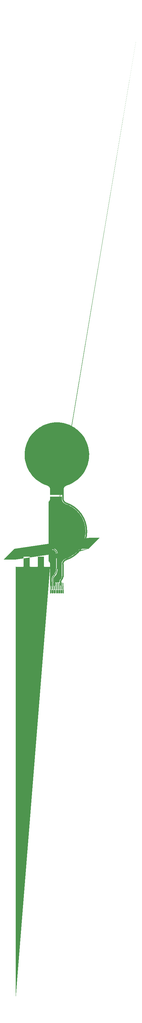
<source format=gtl>
G04 #@! TF.GenerationSoftware,KiCad,Pcbnew,8.0.6*
G04 #@! TF.CreationDate,2024-12-08T21:28:17+08:00*
G04 #@! TF.ProjectId,flex3kicad_pcb,666c6578-336b-4696-9361-645f7063622e,rev?*
G04 #@! TF.SameCoordinates,Original*
G04 #@! TF.FileFunction,Copper,L1,Top*
G04 #@! TF.FilePolarity,Positive*
%FSLAX46Y46*%
G04 Gerber Fmt 4.6, Leading zero omitted, Abs format (unit mm)*
G04 Created by KiCad (PCBNEW 8.0.6) date 2024-12-08 21:28:17*
%MOMM*%
%LPD*%
G01*
G04 APERTURE LIST*
G04 Aperture macros list*
%AMRoundRect*
0 Rectangle with rounded corners*
0 $1 Rounding radius*
0 $2 $3 $4 $5 $6 $7 $8 $9 X,Y pos of 4 corners*
0 Add a 4 corners polygon primitive as box body*
4,1,4,$2,$3,$4,$5,$6,$7,$8,$9,$2,$3,0*
0 Add four circle primitives for the rounded corners*
1,1,$1+$1,$2,$3*
1,1,$1+$1,$4,$5*
1,1,$1+$1,$6,$7*
1,1,$1+$1,$8,$9*
0 Add four rect primitives between the rounded corners*
20,1,$1+$1,$2,$3,$4,$5,0*
20,1,$1+$1,$4,$5,$6,$7,0*
20,1,$1+$1,$6,$7,$8,$9,0*
20,1,$1+$1,$8,$9,$2,$3,0*%
%AMOutline5P*
0 Free polygon, 5 corners , with rotation*
0 The origin of the aperture is its center*
0 number of corners: always 5*
0 $1 to $10 corner X, Y*
0 $11 Rotation angle, in degrees counterclockwise*
0 create outline with 5 corners*
4,1,5,$1,$2,$3,$4,$5,$6,$7,$8,$9,$10,$1,$2,$11*%
%AMOutline6P*
0 Free polygon, 6 corners , with rotation*
0 The origin of the aperture is its center*
0 number of corners: always 6*
0 $1 to $12 corner X, Y*
0 $13 Rotation angle, in degrees counterclockwise*
0 create outline with 6 corners*
4,1,6,$1,$2,$3,$4,$5,$6,$7,$8,$9,$10,$11,$12,$1,$2,$13*%
%AMOutline7P*
0 Free polygon, 7 corners , with rotation*
0 The origin of the aperture is its center*
0 number of corners: always 7*
0 $1 to $14 corner X, Y*
0 $15 Rotation angle, in degrees counterclockwise*
0 create outline with 7 corners*
4,1,7,$1,$2,$3,$4,$5,$6,$7,$8,$9,$10,$11,$12,$13,$14,$1,$2,$15*%
%AMOutline8P*
0 Free polygon, 8 corners , with rotation*
0 The origin of the aperture is its center*
0 number of corners: always 8*
0 $1 to $16 corner X, Y*
0 $17 Rotation angle, in degrees counterclockwise*
0 create outline with 8 corners*
4,1,8,$1,$2,$3,$4,$5,$6,$7,$8,$9,$10,$11,$12,$13,$14,$15,$16,$1,$2,$17*%
%AMFreePoly0*
4,1,106,0.010756,0.147118,0.029264,0.147118,0.063159,0.133076,0.075000,0.129904,0.077956,0.126947,0.083336,0.124720,0.124720,0.083336,0.126947,0.077956,0.129904,0.075000,0.133076,0.063159,0.147118,0.029264,0.150000,0.000000,0.150000,-5.060000,0.147118,-5.089264,0.124720,-5.143336,0.083336,-5.184720,0.029264,-5.207118,0.000000,-5.210000,-2.060000,-5.210000,-2.089264,-5.207118,
-2.143336,-5.184720,-2.184720,-5.143336,-2.207118,-5.089264,-2.210000,-5.060000,-2.210000,-2.270000,-3.970000,-2.270000,-3.970000,-5.060000,-3.972882,-5.089264,-3.995280,-5.143336,-4.036664,-5.184720,-4.090736,-5.207118,-4.120000,-5.210000,-6.180000,-5.210000,-6.209264,-5.207118,-6.263336,-5.184720,-6.304720,-5.143336,-6.327118,-5.089264,-6.330000,-5.060000,-6.330000,-2.270000,-8.090000,-2.270000,
-8.090000,-5.060000,-8.092882,-5.089264,-8.115280,-5.143336,-8.156664,-5.184720,-8.210736,-5.207118,-8.240000,-5.210000,-10.300000,-5.210000,-10.329264,-5.207118,-10.383336,-5.184720,-10.424720,-5.143336,-10.447118,-5.089264,-10.450000,-5.060000,-10.450000,-2.120000,-10.447118,-2.090736,-10.424720,-2.036664,-10.383336,-1.995280,-10.329264,-1.972882,-10.270736,-1.972882,-10.216664,-1.995280,-10.175280,-2.036664,
-10.152882,-2.090736,-10.150000,-2.120000,-10.150000,-4.910000,-8.390000,-4.910000,-8.390000,-2.120000,-8.387118,-2.090736,-8.364720,-2.036664,-8.323336,-1.995280,-8.269264,-1.972882,-8.240000,-1.970000,-6.180000,-1.970000,-6.150736,-1.972882,-6.096664,-1.995280,-6.055280,-2.036664,-6.032882,-2.090736,-6.030000,-2.120000,-6.030000,-4.910000,-4.270000,-4.910000,-4.270000,-2.120000,-4.267118,-2.090736,
-4.244720,-2.036664,-4.203336,-1.995280,-4.149264,-1.972882,-4.120000,-1.970000,-2.060000,-1.970000,-2.030736,-1.972882,-1.976664,-1.995280,-1.935280,-2.036664,-1.912882,-2.090736,-1.910000,-2.120000,-1.910000,-4.910000,-0.150000,-4.910000,-0.150000,0.000000,-0.147118,0.029264,-0.133076,0.063159,-0.129904,0.075000,-0.126947,0.077956,-0.124720,0.083336,-0.083336,0.124720,-0.077956,0.126947,
-0.075000,0.129904,-0.063159,0.133076,-0.029264,0.147118,-0.010756,0.147118,0.000000,0.150000,0.010756,0.147118,0.010756,0.147118,$1*%
%AMFreePoly1*
4,1,14,-0.150000,0.400000,0.000000,0.550000,0.150000,0.400000,0.150000,-0.430000,0.140866,-0.475922,0.114853,-0.514853,0.075922,-0.540866,0.030000,-0.550000,-0.030000,-0.550000,-0.075922,-0.540866,-0.114853,-0.514853,-0.140866,-0.475922,-0.150000,-0.430000,-0.150000,0.400000,-0.150000,0.400000,$1*%
G04 Aperture macros list end*
G04 #@! TA.AperFunction,Conductor*
%ADD10C,0.400000*%
G04 #@! TD*
G04 #@! TA.AperFunction,SMDPad,CuDef*
%ADD11FreePoly0,270.000000*%
G04 #@! TD*
G04 #@! TA.AperFunction,SMDPad,CuDef*
%ADD12R,0.150000X1.250000*%
G04 #@! TD*
G04 #@! TA.AperFunction,SMDPad,CuDef*
%ADD13Outline6P,-0.125000X0.425000X0.000000X0.550000X0.125000X0.425000X0.125000X-0.425000X0.000000X-0.550000X-0.125000X-0.425000X0.000000*%
G04 #@! TD*
G04 #@! TA.AperFunction,SMDPad,CuDef*
%ADD14FreePoly1,0.000000*%
G04 #@! TD*
G04 #@! TA.AperFunction,SMDPad,CuDef*
%ADD15Outline6P,-0.075000X0.600000X0.000000X0.675000X0.075000X0.600000X0.075000X-0.600000X0.000000X-0.675000X-0.075000X-0.600000X0.000000*%
G04 #@! TD*
G04 #@! TA.AperFunction,SMDPad,CuDef*
%ADD16Outline6P,-0.150000X0.400000X0.000000X0.550000X0.150000X0.400000X0.150000X-0.400000X0.000000X-0.550000X-0.150000X-0.400000X0.000000*%
G04 #@! TD*
G04 #@! TA.AperFunction,SMDPad,CuDef*
%ADD17RoundRect,0.050000X-0.000010X-0.550000X0.000010X-0.550000X0.000010X0.550000X-0.000010X0.550000X0*%
G04 #@! TD*
G04 #@! TA.AperFunction,SMDPad,CuDef*
%ADD18Outline6P,-0.075000X0.475000X0.000000X0.550000X0.075000X0.475000X0.075000X-0.475000X0.000000X-0.550000X-0.075000X-0.475000X0.000000*%
G04 #@! TD*
G04 #@! TA.AperFunction,SMDPad,CuDef*
%ADD19R,0.100000X1.200000*%
G04 #@! TD*
G04 #@! TA.AperFunction,SMDPad,CuDef*
%ADD20R,0.100000X1.250000*%
G04 #@! TD*
G04 #@! TA.AperFunction,SMDPad,CuDef*
%ADD21Outline8P,-0.150000X0.430000X-0.030000X0.550000X0.030000X0.550000X0.150000X0.430000X0.150000X-0.430000X0.030000X-0.550000X-0.030000X-0.550000X-0.150000X-0.430000X0.000000*%
G04 #@! TD*
G04 #@! TA.AperFunction,SMDPad,CuDef*
%ADD22Outline6P,-0.075000X0.587500X0.000000X0.662500X0.075000X0.587500X0.075000X-0.587500X0.000000X-0.662500X-0.075000X-0.587500X0.000000*%
G04 #@! TD*
G04 #@! TA.AperFunction,SMDPad,CuDef*
%ADD23Outline6P,-0.075000X0.537500X0.000000X0.612500X0.075000X0.537500X0.075000X-0.537500X0.000000X-0.612500X-0.075000X-0.537500X0.000000*%
G04 #@! TD*
G04 #@! TA.AperFunction,Conductor*
%ADD24C,0.100000*%
G04 #@! TD*
G04 #@! TA.AperFunction,Conductor*
%ADD25C,0.293900*%
G04 #@! TD*
G04 #@! TA.AperFunction,Conductor*
%ADD26C,0.230000*%
G04 #@! TD*
G04 #@! TA.AperFunction,Conductor*
%ADD27C,0.150000*%
G04 #@! TD*
G04 APERTURE END LIST*
D10*
G04 #@! TO.N,Batteryin*
X9640855Y27278667D02*
G75*
G02*
X9514859Y10880841I-2740855J-8178337D01*
G01*
X9640855Y27278668D02*
G75*
G02*
X8666941Y28569999I369145J1291332D01*
G01*
X8666942Y30200000D02*
X8666942Y28569999D01*
X8600000Y9588604D02*
G75*
G02*
X9514854Y10880856I1370100J-4D01*
G01*
G04 #@! TD*
D11*
G04 #@! TO.P,AE\u002A\u002A,1*
G04 #@! TO.N,antenna*
X5300000Y14000000D03*
G04 #@! TD*
D12*
G04 #@! TO.P,REF\u002A\u002A,1*
G04 #@! TO.N,N/C*
X5025000Y2625000D03*
D13*
G04 #@! TO.N,gnd*
X5075000Y3650000D03*
D14*
G04 #@! TO.N,N/C*
X5100000Y1600000D03*
D15*
G04 #@! TO.P,REF\u002A\u002A,2*
G04 #@! TO.N,gnd*
X5400000Y3525000D03*
D16*
G04 #@! TO.N,N/C*
X5400000Y2650000D03*
D17*
X5400000Y1650000D03*
D18*
G04 #@! TO.P,REF\u002A\u002A,3*
G04 #@! TO.N,antenna*
X5700000Y3650000D03*
D19*
G04 #@! TO.N,N/C*
X5700000Y2550000D03*
D14*
X5700000Y1600000D03*
D15*
G04 #@! TO.P,REF\u002A\u002A,4*
G04 #@! TO.N,gnd*
X6000000Y3525000D03*
D16*
G04 #@! TO.N,N/C*
X6000000Y2650000D03*
D17*
X6000000Y1650000D03*
D18*
G04 #@! TO.P,REF\u002A\u002A,5*
G04 #@! TO.N,gnd*
X6300000Y3650000D03*
D20*
G04 #@! TO.N,N/C*
X6300000Y2650000D03*
D14*
X6300000Y1600000D03*
D21*
G04 #@! TO.P,REF\u002A\u002A,6*
X6599999Y2650000D03*
D15*
X6600000Y3525000D03*
D17*
X6600000Y1650001D03*
D18*
G04 #@! TO.P,REF\u002A\u002A,7*
X6900000Y3650000D03*
D20*
X6900000Y2649999D03*
D14*
X6900000Y1600000D03*
D15*
G04 #@! TO.P,REF\u002A\u002A,8*
X7200000Y3525000D03*
D21*
X7200000Y2649999D03*
D17*
X7200000Y1650001D03*
D18*
G04 #@! TO.P,REF\u002A\u002A,9*
X7500000Y3650000D03*
D20*
X7500000Y2649999D03*
D14*
X7500000Y1600000D03*
D22*
G04 #@! TO.P,REF\u002A\u002A,10*
G04 #@! TO.N,Batteryin*
X7800000Y3537500D03*
D21*
G04 #@! TO.N,N/C*
X7800000Y2649999D03*
D17*
X7800000Y1650001D03*
D18*
G04 #@! TO.P,REF\u002A\u002A,11*
G04 #@! TO.N,Batteryin*
X8100000Y3650000D03*
D20*
G04 #@! TO.N,N/C*
X8100000Y2649999D03*
D14*
X8100000Y1600000D03*
D23*
G04 #@! TO.P,REF\u002A\u002A,12*
X8400000Y3587500D03*
D21*
X8400000Y2649999D03*
D17*
X8400000Y1650001D03*
D14*
G04 #@! TO.P,REF\u002A\u002A,13*
X8700000Y1600000D03*
D13*
X8725000Y3650000D03*
D12*
X8775000Y2625000D03*
G04 #@! TD*
D10*
G04 #@! TO.N,Batteryin*
X8600000Y5990685D02*
X8600000Y6650000D01*
X8600000Y6650000D02*
X8600000Y9588604D01*
X7950000Y4325000D02*
X7950000Y4421447D01*
D24*
X8100000Y3650000D02*
X7950000Y3650000D01*
X7950000Y3650000D02*
X7800000Y3650000D01*
X7800000Y3650000D02*
X7800000Y3537500D01*
D10*
X7950000Y3650000D02*
X7950000Y4325000D01*
X7950000Y4421447D02*
G75*
G02*
X8200014Y5024986I853600J-47D01*
G01*
X8200000Y5025000D02*
G75*
G03*
X8600006Y5990685I-965700J965700D01*
G01*
D25*
G04 #@! TO.N,antenna*
X5700000Y4613486D02*
X5700000Y5423000D01*
X6900000Y8320056D02*
X6900000Y12565685D01*
X5500000Y14000000D02*
X5300000Y14000000D01*
D26*
X5700000Y4613486D02*
X5700000Y4350000D01*
D25*
X6900000Y12565685D02*
X6900000Y12600000D01*
D27*
X5700000Y3650000D02*
X5700000Y4350000D01*
D25*
X6900000Y12600000D02*
G75*
G03*
X5500000Y14000000I-1400000J0D01*
G01*
X5954922Y6038436D02*
G75*
G03*
X6900030Y8320056I-2281622J2281664D01*
G01*
X5700000Y5423000D02*
G75*
G02*
X5954913Y6038445I870400J0D01*
G01*
G04 #@! TD*
G04 #@! TA.AperFunction,Conductor*
G04 #@! TO.N,Batteryin*
G36*
X7505111Y50742116D02*
G01*
X7508226Y50741915D01*
X8109262Y50683502D01*
X8112349Y50683102D01*
X8708372Y50586016D01*
X8711466Y50585409D01*
X9299948Y50450063D01*
X9302951Y50449270D01*
X9881481Y50276221D01*
X9884480Y50275218D01*
X10450637Y50065189D01*
X10453530Y50064008D01*
X10932425Y49850247D01*
X11004936Y49817880D01*
X11007783Y49816497D01*
X11542133Y49535305D01*
X11544884Y49533742D01*
X12059977Y49218644D01*
X12062621Y49216907D01*
X12556306Y48869217D01*
X12558833Y48867312D01*
X13029051Y48488480D01*
X13031428Y48486434D01*
X13462442Y48090688D01*
X13476211Y48078046D01*
X13478472Y48075832D01*
X13895975Y47639580D01*
X13898087Y47637225D01*
X14286553Y47174948D01*
X14288503Y47172470D01*
X14646324Y46686080D01*
X14648116Y46683472D01*
X14973806Y46174988D01*
X14975425Y46172269D01*
X15267599Y45643857D01*
X15269040Y45641040D01*
X15526501Y45094868D01*
X15527758Y45091964D01*
X15749440Y44530287D01*
X15750506Y44527308D01*
X15935472Y43952499D01*
X15936343Y43949457D01*
X16083821Y43363920D01*
X16084494Y43360828D01*
X16193869Y42767004D01*
X16194342Y42763875D01*
X16265166Y42164200D01*
X16265435Y42161047D01*
X16297403Y41558084D01*
X16297469Y41554921D01*
X16290454Y40951125D01*
X16290315Y40947964D01*
X16244344Y40345885D01*
X16244001Y40342739D01*
X16159266Y39744892D01*
X16158721Y39741775D01*
X16035574Y39150639D01*
X16034829Y39147564D01*
X15873787Y38565610D01*
X15872845Y38562589D01*
X15674576Y37992243D01*
X15673441Y37989289D01*
X15438773Y37432928D01*
X15437450Y37430054D01*
X15167362Y36889998D01*
X15165856Y36887215D01*
X14861478Y36365725D01*
X14859796Y36363045D01*
X14522387Y35862277D01*
X14520535Y35859711D01*
X14151509Y35381767D01*
X14149495Y35379326D01*
X13750396Y34926202D01*
X13748229Y34923896D01*
X13320705Y34497466D01*
X13318394Y34495305D01*
X12864256Y34097373D01*
X12861809Y34095366D01*
X12382912Y33727559D01*
X12380342Y33725714D01*
X11878730Y33389600D01*
X11876046Y33387924D01*
X11353766Y33084876D01*
X11350979Y33083377D01*
X10810234Y32814674D01*
X10807356Y32813358D01*
X10250394Y32580115D01*
X10247438Y32578988D01*
X9675797Y32381910D01*
X9674294Y32381419D01*
X9643472Y32371894D01*
X9643138Y32371741D01*
X9591420Y32355708D01*
X9591414Y32355705D01*
X9434323Y32278151D01*
X9434309Y32278143D01*
X9291470Y32176716D01*
X9166460Y32053950D01*
X9062453Y31912960D01*
X8982063Y31757291D01*
X8982060Y31757284D01*
X8927314Y31590866D01*
X8927312Y31590859D01*
X8899583Y31417874D01*
X8899583Y31417865D01*
X8899522Y31354901D01*
X8899500Y31354663D01*
X8899500Y31330262D01*
X8899499Y31293592D01*
X8899500Y31293587D01*
X8899500Y29713292D01*
X8885148Y29678644D01*
X8850500Y29664292D01*
X4949500Y29664292D01*
X4914852Y29678644D01*
X4900500Y29713292D01*
X4900500Y31354903D01*
X4900474Y31355158D01*
X4900427Y31417751D01*
X4900407Y31417874D01*
X4872723Y31590774D01*
X4872722Y31590776D01*
X4872722Y31590779D01*
X4817991Y31757225D01*
X4817990Y31757227D01*
X4817989Y31757230D01*
X4737604Y31912927D01*
X4633594Y32053941D01*
X4508579Y32176720D01*
X4508575Y32176723D01*
X4508570Y32176727D01*
X4365712Y32278167D01*
X4208587Y32355730D01*
X4208580Y32355733D01*
X4156782Y32371787D01*
X4156595Y32371873D01*
X4125705Y32381419D01*
X4124202Y32381910D01*
X3552561Y32578988D01*
X3549605Y32580115D01*
X2992643Y32813358D01*
X2989765Y32814674D01*
X2449020Y33083377D01*
X2446233Y33084876D01*
X1923953Y33387924D01*
X1921269Y33389600D01*
X1419657Y33725714D01*
X1417087Y33727559D01*
X938190Y34095366D01*
X935762Y34097357D01*
X481604Y34495306D01*
X479294Y34497466D01*
X51770Y34923896D01*
X49603Y34926202D01*
X-349496Y35379326D01*
X-351510Y35381767D01*
X-720536Y35859711D01*
X-722388Y35862277D01*
X-1059797Y36363045D01*
X-1061479Y36365725D01*
X-1365857Y36887215D01*
X-1367363Y36889998D01*
X-1637451Y37430054D01*
X-1638774Y37432928D01*
X-1685050Y37542641D01*
X-1873448Y37989304D01*
X-1874571Y37992227D01*
X-2072853Y38562609D01*
X-2073782Y38565590D01*
X-2234833Y39147573D01*
X-2235575Y39150639D01*
X-2358727Y39741802D01*
X-2359263Y39744865D01*
X-2444006Y40342768D01*
X-2444343Y40345858D01*
X-2490317Y40947980D01*
X-2490455Y40951107D01*
X-2497470Y41554930D01*
X-2497404Y41558084D01*
X-2465434Y42161072D01*
X-2465170Y42164175D01*
X-2394342Y42763888D01*
X-2393870Y42767004D01*
X-2360600Y42947632D01*
X-2284494Y43360837D01*
X-2283822Y43363920D01*
X-2136339Y43949475D01*
X-2135479Y43952480D01*
X-1950500Y44527328D01*
X-1949449Y44530267D01*
X-1727753Y45091979D01*
X-1726510Y45094852D01*
X-1469030Y45641063D01*
X-1467612Y45643836D01*
X-1175420Y46172280D01*
X-1173807Y46174988D01*
X-848101Y46683496D01*
X-846342Y46686056D01*
X-488482Y47172499D01*
X-486570Y47174929D01*
X-98073Y47637243D01*
X-95991Y47639564D01*
X321540Y48075846D01*
X323773Y48078032D01*
X768586Y48486448D01*
X770932Y48488467D01*
X1241181Y48867324D01*
X1243677Y48869206D01*
X1737391Y49216916D01*
X1740009Y49218636D01*
X2255120Y49533745D01*
X2257866Y49535305D01*
X2792224Y49816502D01*
X2795054Y49817876D01*
X3346480Y50064013D01*
X3349351Y50065185D01*
X3915528Y50275221D01*
X3918508Y50276218D01*
X4497056Y50449272D01*
X4500043Y50450061D01*
X5088539Y50585410D01*
X5091621Y50586015D01*
X5687654Y50683102D01*
X5690733Y50683502D01*
X6291775Y50741915D01*
X6294886Y50742116D01*
X6898421Y50761613D01*
X6901579Y50761613D01*
X7505111Y50742116D01*
G37*
G04 #@! TD.AperFunction*
G04 #@! TD*
G04 #@! TA.AperFunction,Conductor*
G04 #@! TO.N,gnd*
G36*
X5502125Y13752364D02*
G01*
X5523498Y13750495D01*
X5695878Y13735413D01*
X5704276Y13733932D01*
X5890054Y13684153D01*
X5898077Y13681233D01*
X6072398Y13599946D01*
X6079781Y13595683D01*
X6237332Y13485365D01*
X6243875Y13479875D01*
X6379874Y13343876D01*
X6385364Y13337333D01*
X6495680Y13179785D01*
X6499949Y13172392D01*
X6581231Y12998080D01*
X6584152Y12990054D01*
X6633929Y12804284D01*
X6635413Y12795873D01*
X6652364Y12602126D01*
X6652550Y12597855D01*
X6652550Y8321264D01*
X6652491Y8318859D01*
X6638318Y8030452D01*
X6637847Y8025667D01*
X6595649Y7741216D01*
X6594710Y7736499D01*
X6524838Y7457568D01*
X6523442Y7452967D01*
X6426567Y7182230D01*
X6424727Y7177787D01*
X6301775Y6917834D01*
X6299508Y6913594D01*
X6151681Y6666965D01*
X6149010Y6662966D01*
X5977704Y6431992D01*
X5974653Y6428275D01*
X5780467Y6214030D01*
X5778811Y6212290D01*
X5717727Y6151202D01*
X5614315Y6008859D01*
X5534441Y5852090D01*
X5534438Y5852084D01*
X5480073Y5684757D01*
X5480071Y5684750D01*
X5452549Y5510972D01*
X5452550Y5453958D01*
X5452550Y4564264D01*
X5480770Y4496137D01*
X5484500Y4477385D01*
X5484500Y4307133D01*
X5519155Y4223471D01*
X5518198Y4223075D01*
X5524500Y4202302D01*
X5524500Y3329354D01*
X5510148Y3294706D01*
X5475500Y3280354D01*
X5448279Y3288611D01*
X5442404Y3292536D01*
X5439213Y3294668D01*
X5439212Y3294669D01*
X5439211Y3294669D01*
X5400003Y3302468D01*
X5399997Y3302468D01*
X5360788Y3294669D01*
X5360787Y3294669D01*
X5335938Y3278066D01*
X5335934Y3278063D01*
X5284147Y3226275D01*
X5249499Y3211923D01*
X5214851Y3226275D01*
X5201870Y3257612D01*
X5200735Y3257500D01*
X5200499Y3259886D01*
X5200499Y3259898D01*
X5194669Y3289213D01*
X5194667Y3289216D01*
X5194667Y3289217D01*
X5172457Y3322457D01*
X5139215Y3344669D01*
X5125192Y3347458D01*
X5109899Y3350500D01*
X5109896Y3350500D01*
X4949500Y3350500D01*
X4914852Y3364852D01*
X4900500Y3399500D01*
X4900500Y9568774D01*
X4900525Y9568835D01*
X4900526Y9589097D01*
X4900532Y9675640D01*
X4873478Y9846598D01*
X4820034Y10011226D01*
X4741514Y10165477D01*
X4639848Y10305559D01*
X4584884Y10360594D01*
X4517537Y10428029D01*
X4517156Y10428354D01*
X4517098Y10428468D01*
X4516178Y10429389D01*
X4516477Y10429688D01*
X4500149Y10461779D01*
X4500000Y10465596D01*
X4500000Y13695500D01*
X4514352Y13730148D01*
X4549000Y13744500D01*
X5259915Y13744500D01*
X5272595Y13742831D01*
X5272694Y13742804D01*
X5272695Y13742804D01*
X5327304Y13742804D01*
X5327306Y13742804D01*
X5343043Y13747022D01*
X5346147Y13747746D01*
X5365575Y13751610D01*
X5375129Y13752550D01*
X5456368Y13752550D01*
X5497855Y13752550D01*
X5502125Y13752364D01*
G37*
G04 #@! TD.AperFunction*
G04 #@! TA.AperFunction,Conductor*
G36*
X8352090Y29185648D02*
G01*
X8366442Y29151000D01*
X8366442Y28527482D01*
X8366458Y28527225D01*
X8366489Y28451795D01*
X8400320Y28217819D01*
X8467281Y27991104D01*
X8467285Y27991093D01*
X8566002Y27776292D01*
X8566003Y27776291D01*
X8566004Y27776289D01*
X8694448Y27577819D01*
X8814330Y27440575D01*
X8849965Y27399779D01*
X8849972Y27399771D01*
X9029362Y27245822D01*
X9029375Y27245811D01*
X9228953Y27119115D01*
X9228960Y27119112D01*
X9444624Y27022276D01*
X9547061Y26992949D01*
X9550697Y26991752D01*
X10072842Y26796826D01*
X10075877Y26795575D01*
X10480174Y26612530D01*
X10587295Y26564031D01*
X10590274Y26562558D01*
X10837526Y26429729D01*
X11084784Y26296896D01*
X11087646Y26295231D01*
X11563035Y25996640D01*
X11565758Y25994798D01*
X11752862Y25858759D01*
X12019807Y25664669D01*
X12022422Y25662629D01*
X12453044Y25302481D01*
X12455494Y25300288D01*
X12748111Y25019733D01*
X12860727Y24911759D01*
X12863046Y24909378D01*
X13240971Y24494314D01*
X13243124Y24491782D01*
X13592046Y24052047D01*
X13594023Y24049375D01*
X13912345Y23586976D01*
X13914119Y23584203D01*
X14200365Y23101286D01*
X14201961Y23098371D01*
X14454801Y22597180D01*
X14456197Y22594163D01*
X14674478Y22076983D01*
X14675666Y22073879D01*
X14858388Y21543080D01*
X14859362Y21539903D01*
X15005677Y20997953D01*
X15006434Y20994716D01*
X15115671Y20444095D01*
X15116207Y20440815D01*
X15187869Y19884044D01*
X15188181Y19880735D01*
X15221931Y19320408D01*
X15222019Y19317085D01*
X15217705Y18755720D01*
X15217566Y18752400D01*
X15175209Y18192656D01*
X15174846Y18189352D01*
X15094640Y17633757D01*
X15094054Y17630485D01*
X14976365Y17081592D01*
X14975558Y17078368D01*
X14820935Y16538737D01*
X14819912Y16535575D01*
X14629058Y16007659D01*
X14627823Y16004573D01*
X14401617Y15490800D01*
X14400175Y15487805D01*
X14139666Y14990562D01*
X14138025Y14987672D01*
X13844398Y14509219D01*
X13842564Y14506447D01*
X13517186Y14049012D01*
X13515169Y14046371D01*
X13159528Y13612044D01*
X13157336Y13609545D01*
X12773073Y13200332D01*
X12770717Y13197987D01*
X12359580Y12815750D01*
X12357070Y12813571D01*
X11920987Y12460101D01*
X11918336Y12458097D01*
X11459286Y12134997D01*
X11456505Y12133177D01*
X10976597Y11841933D01*
X10973698Y11840306D01*
X10475159Y11582271D01*
X10472158Y11580845D01*
X9957277Y11357202D01*
X9954185Y11355982D01*
X9463671Y11181406D01*
X9463467Y11181350D01*
X9463470Y11181342D01*
X9420094Y11166064D01*
X9418672Y11165588D01*
X9378407Y11152777D01*
X9374956Y11151045D01*
X9374838Y11151280D01*
X9367996Y11147715D01*
X9306992Y11126213D01*
X9103351Y11021329D01*
X9103342Y11021324D01*
X8915945Y10889647D01*
X8915944Y10889646D01*
X8748245Y10733604D01*
X8603420Y10556148D01*
X8603416Y10556143D01*
X8484170Y10360594D01*
X8484164Y10360583D01*
X8392716Y10150583D01*
X8392713Y10150573D01*
X8330777Y9930045D01*
X8299517Y9703127D01*
X8299506Y9631216D01*
X8299500Y9631110D01*
X8299500Y5992615D01*
X8299349Y5988770D01*
X8286686Y5827901D01*
X8285483Y5820307D01*
X8248263Y5665280D01*
X8245887Y5657967D01*
X8184872Y5510664D01*
X8181381Y5503814D01*
X8098081Y5367881D01*
X8093562Y5361660D01*
X7988716Y5238903D01*
X7986105Y5236079D01*
X7951346Y5201319D01*
X7951191Y5201139D01*
X7923311Y5173258D01*
X7816531Y5026291D01*
X7734069Y4864458D01*
X7734065Y4864447D01*
X7677929Y4691702D01*
X7677926Y4691688D01*
X7649504Y4512293D01*
X7649503Y4512289D01*
X7649501Y4462761D01*
X7649500Y4462729D01*
X7649500Y4421461D01*
X7649497Y4369940D01*
X7649500Y4369903D01*
X7649500Y4310924D01*
X7635148Y4276276D01*
X7600500Y4261924D01*
X7565852Y4276276D01*
X7564065Y4278063D01*
X7564061Y4278066D01*
X7539212Y4294669D01*
X7500003Y4302468D01*
X7499997Y4302468D01*
X7460788Y4294669D01*
X7460787Y4294669D01*
X7435938Y4278066D01*
X7435934Y4278063D01*
X7384648Y4226776D01*
X7350000Y4212424D01*
X7315352Y4226776D01*
X7264065Y4278063D01*
X7264061Y4278066D01*
X7239212Y4294669D01*
X7200003Y4302468D01*
X7199997Y4302468D01*
X7160788Y4294669D01*
X7160787Y4294669D01*
X7135938Y4278066D01*
X7135934Y4278063D01*
X7084648Y4226776D01*
X7050000Y4212424D01*
X7015352Y4226776D01*
X6964065Y4278063D01*
X6964061Y4278066D01*
X6939212Y4294669D01*
X6900003Y4302468D01*
X6899997Y4302468D01*
X6860788Y4294669D01*
X6860787Y4294669D01*
X6835938Y4278066D01*
X6835934Y4278063D01*
X6784648Y4226776D01*
X6750000Y4212424D01*
X6715352Y4226776D01*
X6664065Y4278063D01*
X6664061Y4278066D01*
X6639212Y4294669D01*
X6600003Y4302468D01*
X6599997Y4302468D01*
X6560788Y4294669D01*
X6560787Y4294669D01*
X6535938Y4278066D01*
X6535934Y4278063D01*
X6446937Y4189065D01*
X6446934Y4189061D01*
X6430331Y4164215D01*
X6430329Y4164210D01*
X6424500Y4134905D01*
X6424500Y3422357D01*
X6410148Y3387709D01*
X6375500Y3373357D01*
X6365943Y3374298D01*
X6362616Y3374960D01*
X6359899Y3375500D01*
X6359898Y3375500D01*
X6240105Y3375500D01*
X6240104Y3375500D01*
X6240102Y3375499D01*
X6210787Y3369669D01*
X6210786Y3369669D01*
X6210784Y3369668D01*
X6210783Y3369668D01*
X6177543Y3347458D01*
X6155330Y3314214D01*
X6152075Y3297847D01*
X6131240Y3266665D01*
X6094457Y3259349D01*
X6069369Y3272759D01*
X6064065Y3278063D01*
X6064061Y3278066D01*
X6039212Y3294669D01*
X6000003Y3302468D01*
X5999997Y3302468D01*
X5960788Y3294669D01*
X5960787Y3294669D01*
X5951721Y3288611D01*
X5914939Y3281296D01*
X5883757Y3302133D01*
X5875500Y3329354D01*
X5875500Y4202302D01*
X5881801Y4223075D01*
X5880845Y4223471D01*
X5882692Y4227929D01*
X5915500Y4307134D01*
X5915500Y4477385D01*
X5919230Y4496137D01*
X5925920Y4512287D01*
X5947450Y4564265D01*
X5947450Y5420594D01*
X5947686Y5425397D01*
X5958946Y5539726D01*
X5960820Y5549146D01*
X5993465Y5656771D01*
X5997132Y5665627D01*
X6050158Y5764835D01*
X6055486Y5772808D01*
X6120543Y5852084D01*
X6128191Y5861403D01*
X6131643Y5865188D01*
X6144052Y5877440D01*
X6144179Y5877747D01*
X6160753Y5894322D01*
X6160753Y5894324D01*
X6163708Y5897278D01*
X6163912Y5897523D01*
X6250558Y5984165D01*
X6467108Y6248027D01*
X6656753Y6531844D01*
X6817666Y6832883D01*
X6948297Y7148244D01*
X7047388Y7474891D01*
X7047390Y7474905D01*
X7047393Y7474913D01*
X7099429Y7736499D01*
X7113986Y7809677D01*
X7147448Y8149380D01*
X7147448Y8261089D01*
X7147450Y8261091D01*
X7147450Y12717824D01*
X7147450Y12717828D01*
X7113912Y12951085D01*
X7047521Y13177195D01*
X6949626Y13391555D01*
X6822220Y13589802D01*
X6822219Y13589803D01*
X6822218Y13589805D01*
X6667899Y13767900D01*
X6489804Y13922219D01*
X6291556Y14049626D01*
X6291557Y14049626D01*
X6077202Y14147518D01*
X6077199Y14147519D01*
X6077195Y14147521D01*
X6077190Y14147523D01*
X6077186Y14147524D01*
X5851085Y14213912D01*
X5851084Y14213913D01*
X5617830Y14247450D01*
X5617828Y14247450D01*
X5549221Y14247450D01*
X5375131Y14247450D01*
X5365571Y14248392D01*
X5346157Y14252254D01*
X5343034Y14252982D01*
X5327308Y14257196D01*
X5327306Y14257196D01*
X5272694Y14257196D01*
X5272595Y14257170D01*
X5259915Y14255500D01*
X4549000Y14255500D01*
X4514352Y14269852D01*
X4500000Y14304500D01*
X4500000Y27727439D01*
X4514352Y27762087D01*
X4517155Y27764680D01*
X4517502Y27764977D01*
X4517501Y27764977D01*
X4517505Y27764979D01*
X4639813Y27887439D01*
X4741476Y28027510D01*
X4819996Y28181750D01*
X4873442Y28346367D01*
X4900502Y28517315D01*
X4900500Y28603853D01*
X4900501Y28630782D01*
X4900500Y28630784D01*
X4900500Y29151000D01*
X4914852Y29185648D01*
X4949500Y29200000D01*
X8317442Y29200000D01*
X8352090Y29185648D01*
G37*
G04 #@! TD.AperFunction*
G04 #@! TD*
M02*

</source>
